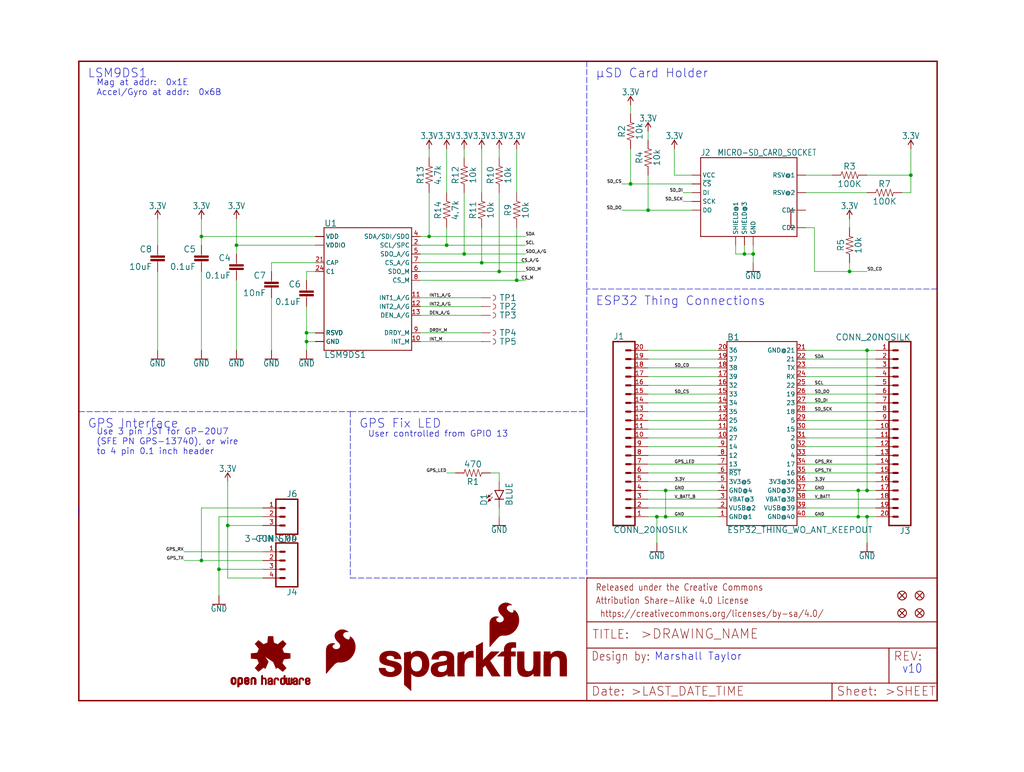
<source format=kicad_sch>
(kicad_sch (version 20211123) (generator eeschema)
  (paper "User" 297.002 223.926)
  (lib_symbols
    (symbol "eagleSchem-eagle-import:0.1UF-0402-16V-10%"
      (property "Reference" "C" (at 1.524 2.921 0))
      (property "Value" "0.1UF-0402-16V-10%" (at 1.524 -2.159 0))
      (symbol "0.1UF-0402-16V-10%_1_0"
        (pin passive line (at 0 5.08 270) (length 2.54) (name "1") (number "1"))
        (pin passive line (at 0 -2.54 90) (length 2.54) (name "2") (number "2"))
      )
    )
    (symbol "eagleSchem-eagle-import:100KOHM-0402-1{slash}16W-1%"
      (property "Reference" "R" (at 0 1.524 0))
      (property "Value" "100KOHM-0402-1{slash}16W-1%" (at 0 -1.524 0))
      (symbol "100KOHM-0402-1{slash}16W-1%_1_0"
        (pin passive line (at -5.08 0 0) (length 2.54) (name "1") (number "1"))
        (pin passive line (at 5.08 0 180) (length 2.54) (name "2") (number "2"))
      )
    )
    (symbol "eagleSchem-eagle-import:10KOHM-0603-1{slash}10W-1%"
      (property "Reference" "R" (at 0 1.524 0))
      (property "Value" "10KOHM-0603-1{slash}10W-1%" (at 0 -1.524 0))
      (symbol "10KOHM-0603-1{slash}10W-1%_1_0"
        (pin passive line (at -5.08 0 0) (length 2.54) (name "1") (number "1"))
        (pin passive line (at 5.08 0 180) (length 2.54) (name "2") (number "2"))
      )
    )
    (symbol "eagleSchem-eagle-import:10NF-0603-50V-10%"
      (property "Reference" "C" (at 1.524 2.921 0))
      (property "Value" "10NF-0603-50V-10%" (at 1.524 -2.159 0))
      (symbol "10NF-0603-50V-10%_1_0"
        (pin passive line (at 0 5.08 270) (length 2.54) (name "1") (number "1"))
        (pin passive line (at 0 -2.54 90) (length 2.54) (name "2") (number "2"))
      )
    )
    (symbol "eagleSchem-eagle-import:10UF-0603-6.3V-20%"
      (property "Reference" "C" (at 1.524 2.921 0))
      (property "Value" "10UF-0603-6.3V-20%" (at 1.524 -2.159 0))
      (symbol "10UF-0603-6.3V-20%_1_0"
        (pin passive line (at 0 5.08 270) (length 2.54) (name "1") (number "1"))
        (pin passive line (at 0 -2.54 90) (length 2.54) (name "2") (number "2"))
      )
    )
    (symbol "eagleSchem-eagle-import:3.3V" (power)
      (property "Value" "3.3V" (at 0 2.794 0))
      (symbol "3.3V_1_0"
        (pin power_in line (at 0 0 90) (length 2.54) (name "3.3V") (number "1"))
      )
    )
    (symbol "eagleSchem-eagle-import:4.7KOHM-0603-1{slash}10W-1%"
      (property "Reference" "R" (at 0 1.524 0))
      (property "Value" "4.7KOHM-0603-1{slash}10W-1%" (at 0 -1.524 0))
      (symbol "4.7KOHM-0603-1{slash}10W-1%_1_0"
        (pin passive line (at -5.08 0 0) (length 2.54) (name "1") (number "1"))
        (pin passive line (at 5.08 0 180) (length 2.54) (name "2") (number "2"))
      )
    )
    (symbol "eagleSchem-eagle-import:470OHM-0603-1{slash}10W-1%"
      (property "Reference" "R" (at 0 1.524 0))
      (property "Value" "470OHM-0603-1{slash}10W-1%" (at 0 -1.524 0))
      (symbol "470OHM-0603-1{slash}10W-1%_1_0"
        (pin passive line (at -5.08 0 0) (length 2.54) (name "1") (number "1"))
        (pin passive line (at 5.08 0 180) (length 2.54) (name "2") (number "2"))
      )
    )
    (symbol "eagleSchem-eagle-import:CONN_03JST-SMD"
      (property "Reference" "J" (at -2.54 5.588 0))
      (property "Value" "CONN_03JST-SMD" (at -2.54 -7.366 0))
      (symbol "CONN_03JST-SMD_1_0"
        (pin passive line (at 7.62 2.54 180) (length 5.08) (name "3") (number "1"))
        (pin passive line (at 7.62 0 180) (length 5.08) (name "2") (number "2"))
        (pin passive line (at 7.62 -2.54 180) (length 5.08) (name "1") (number "3"))
      )
    )
    (symbol "eagleSchem-eagle-import:CONN_04"
      (property "Reference" "J" (at -5.08 8.128 0))
      (property "Value" "CONN_04" (at -5.08 -7.366 0))
      (symbol "CONN_04_1_0"
        (pin passive line (at 5.08 -2.54 180) (length 5.08) (name "1") (number "1"))
        (pin passive line (at 5.08 0 180) (length 5.08) (name "2") (number "2"))
        (pin passive line (at 5.08 2.54 180) (length 5.08) (name "3") (number "3"))
        (pin passive line (at 5.08 5.08 180) (length 5.08) (name "4") (number "4"))
      )
    )
    (symbol "eagleSchem-eagle-import:CONN_20NOSILK"
      (property "Reference" "J" (at 0 56.388 0))
      (property "Value" "CONN_20NOSILK" (at 0 0.254 0))
      (symbol "CONN_20NOSILK_1_0"
        (pin passive line (at 10.16 5.08 180) (length 5.08) (name "1") (number "1"))
        (pin passive line (at 10.16 27.94 180) (length 5.08) (name "10") (number "10"))
        (pin passive line (at 10.16 30.48 180) (length 5.08) (name "11") (number "11"))
        (pin passive line (at 10.16 33.02 180) (length 5.08) (name "12") (number "12"))
        (pin passive line (at 10.16 35.56 180) (length 5.08) (name "13") (number "13"))
        (pin passive line (at 10.16 38.1 180) (length 5.08) (name "14") (number "14"))
        (pin passive line (at 10.16 40.64 180) (length 5.08) (name "15") (number "15"))
        (pin passive line (at 10.16 43.18 180) (length 5.08) (name "16") (number "16"))
        (pin passive line (at 10.16 45.72 180) (length 5.08) (name "17") (number "17"))
        (pin passive line (at 10.16 48.26 180) (length 5.08) (name "18") (number "18"))
        (pin passive line (at 10.16 50.8 180) (length 5.08) (name "19") (number "19"))
        (pin passive line (at 10.16 7.62 180) (length 5.08) (name "2") (number "2"))
        (pin passive line (at 10.16 53.34 180) (length 5.08) (name "20") (number "20"))
        (pin passive line (at 10.16 10.16 180) (length 5.08) (name "3") (number "3"))
        (pin passive line (at 10.16 12.7 180) (length 5.08) (name "4") (number "4"))
        (pin passive line (at 10.16 15.24 180) (length 5.08) (name "5") (number "5"))
        (pin passive line (at 10.16 17.78 180) (length 5.08) (name "6") (number "6"))
        (pin passive line (at 10.16 20.32 180) (length 5.08) (name "7") (number "7"))
        (pin passive line (at 10.16 22.86 180) (length 5.08) (name "8") (number "8"))
        (pin passive line (at 10.16 25.4 180) (length 5.08) (name "9") (number "9"))
      )
    )
    (symbol "eagleSchem-eagle-import:ESP32_THING_WO_ANT_KEEPOUT"
      (property "Reference" "B" (at -10.16 28.194 0))
      (property "Value" "ESP32_THING_WO_ANT_KEEPOUT" (at -10.16 -25.654 0))
      (symbol "ESP32_THING_WO_ANT_KEEPOUT_1_0"
        (pin bidirectional line (at -12.7 -22.86 0) (length 2.54) (name "GND@1") (number "1"))
        (pin bidirectional line (at -12.7 0 0) (length 2.54) (name "27") (number "10"))
        (pin bidirectional line (at -12.7 2.54 0) (length 2.54) (name "26") (number "11"))
        (pin bidirectional line (at -12.7 5.08 0) (length 2.54) (name "25") (number "12"))
        (pin bidirectional line (at -12.7 7.62 0) (length 2.54) (name "35") (number "13"))
        (pin bidirectional line (at -12.7 10.16 0) (length 2.54) (name "34") (number "14"))
        (pin bidirectional line (at -12.7 12.7 0) (length 2.54) (name "33") (number "15"))
        (pin bidirectional line (at -12.7 15.24 0) (length 2.54) (name "32") (number "16"))
        (pin bidirectional line (at -12.7 17.78 0) (length 2.54) (name "39") (number "17"))
        (pin bidirectional line (at -12.7 20.32 0) (length 2.54) (name "38") (number "18"))
        (pin bidirectional line (at -12.7 22.86 0) (length 2.54) (name "37") (number "19"))
        (pin bidirectional line (at -12.7 -20.32 0) (length 2.54) (name "VUSB@2") (number "2"))
        (pin bidirectional line (at -12.7 25.4 0) (length 2.54) (name "36") (number "20"))
        (pin bidirectional line (at 12.7 25.4 180) (length 2.54) (name "GND@21") (number "21"))
        (pin bidirectional line (at 12.7 22.86 180) (length 2.54) (name "21") (number "22"))
        (pin bidirectional line (at 12.7 20.32 180) (length 2.54) (name "TX") (number "23"))
        (pin bidirectional line (at 12.7 17.78 180) (length 2.54) (name "RX") (number "24"))
        (pin bidirectional line (at 12.7 15.24 180) (length 2.54) (name "22") (number "25"))
        (pin bidirectional line (at 12.7 12.7 180) (length 2.54) (name "19") (number "26"))
        (pin bidirectional line (at 12.7 10.16 180) (length 2.54) (name "23") (number "27"))
        (pin bidirectional line (at 12.7 7.62 180) (length 2.54) (name "18") (number "28"))
        (pin bidirectional line (at 12.7 5.08 180) (length 2.54) (name "5") (number "29"))
        (pin bidirectional line (at -12.7 -17.78 0) (length 2.54) (name "VBAT@3") (number "3"))
        (pin bidirectional line (at 12.7 2.54 180) (length 2.54) (name "15") (number "30"))
        (pin bidirectional line (at 12.7 0 180) (length 2.54) (name "2") (number "31"))
        (pin bidirectional line (at 12.7 -2.54 180) (length 2.54) (name "0") (number "32"))
        (pin bidirectional line (at 12.7 -5.08 180) (length 2.54) (name "4") (number "33"))
        (pin bidirectional line (at 12.7 -7.62 180) (length 2.54) (name "17") (number "34"))
        (pin bidirectional line (at 12.7 -10.16 180) (length 2.54) (name "16") (number "35"))
        (pin bidirectional line (at 12.7 -12.7 180) (length 2.54) (name "3V3@36") (number "36"))
        (pin bidirectional line (at 12.7 -15.24 180) (length 2.54) (name "GND@37") (number "37"))
        (pin bidirectional line (at 12.7 -17.78 180) (length 2.54) (name "VBAT@38") (number "38"))
        (pin bidirectional line (at 12.7 -20.32 180) (length 2.54) (name "VUSB@39") (number "39"))
        (pin bidirectional line (at -12.7 -15.24 0) (length 2.54) (name "GND@4") (number "4"))
        (pin bidirectional line (at 12.7 -22.86 180) (length 2.54) (name "GND@40") (number "40"))
        (pin bidirectional line (at -12.7 -12.7 0) (length 2.54) (name "3V3@5") (number "5"))
        (pin bidirectional line (at -12.7 -10.16 0) (length 2.54) (name "~{RST}") (number "6"))
        (pin bidirectional line (at -12.7 -7.62 0) (length 2.54) (name "13") (number "7"))
        (pin bidirectional line (at -12.7 -5.08 0) (length 2.54) (name "12") (number "8"))
        (pin bidirectional line (at -12.7 -2.54 0) (length 2.54) (name "14") (number "9"))
      )
    )
    (symbol "eagleSchem-eagle-import:FIDUCIALUFIDUCIAL")
    (symbol "eagleSchem-eagle-import:FRAME-LETTER"
      (symbol "FRAME-LETTER_2_0"
        (text " https://creativecommons.org/licenses/by-sa/4.0/" (at 2.54 24.13 0) (effects (font (size 1.9304 1.6408)) (justify left bottom)))
        (text ">DRAWING_NAME" (at 15.494 17.78 0) (effects (font (size 2.7432 2.7432)) (justify left bottom)))
        (text ">LAST_DATE_TIME" (at 12.7 1.27 0) (effects (font (size 2.54 2.54)) (justify left bottom)))
        (text ">SHEET" (at 86.36 1.27 0) (effects (font (size 2.54 2.54)) (justify left bottom)))
        (text "Attribution Share-Alike 4.0 License" (at 2.54 27.94 0) (effects (font (size 1.9304 1.6408)) (justify left bottom)))
        (text "Date:" (at 1.27 1.27 0) (effects (font (size 2.54 2.54)) (justify left bottom)))
        (text "Design by:" (at 1.27 11.43 0) (effects (font (size 2.54 2.159)) (justify left bottom)))
        (text "Released under the Creative Commons" (at 2.54 31.75 0) (effects (font (size 1.9304 1.6408)) (justify left bottom)))
        (text "REV:" (at 88.9 11.43 0) (effects (font (size 2.54 2.54)) (justify left bottom)))
        (text "Sheet:" (at 72.39 1.27 0) (effects (font (size 2.54 2.54)) (justify left bottom)))
        (text "TITLE:" (at 1.524 17.78 0) (effects (font (size 2.54 2.54)) (justify left bottom)))
      )
    )
    (symbol "eagleSchem-eagle-import:GND" (power)
      (property "Value" "GND" (at 0 -0.254 0))
      (symbol "GND_1_0"
        (pin power_in line (at 0 2.54 270) (length 2.54) (name "GND") (number "1"))
      )
    )
    (symbol "eagleSchem-eagle-import:LED-BLUE0603"
      (property "Reference" "D" (at -3.429 -4.572 90))
      (property "Value" "LED-BLUE0603" (at 1.905 -4.572 90))
      (symbol "LED-BLUE0603_1_0"
        (pin passive line (at 0 2.54 270) (length 2.54) (name "A") (number "A"))
        (pin passive line (at 0 -5.08 90) (length 2.54) (name "C") (number "C"))
      )
    )
    (symbol "eagleSchem-eagle-import:LSM9DS1"
      (property "Reference" "U" (at -12.7 18.034 0))
      (property "Value" "LSM9DS1" (at -12.7 -18.034 0))
      (symbol "LSM9DS1_1_0"
        (pin bidirectional line (at -15.24 12.7 0) (length 2.54) (name "VDDIO") (number "1"))
        (pin bidirectional line (at 15.24 -15.24 180) (length 2.54) (name "INT_M") (number "10"))
        (pin bidirectional line (at 15.24 -2.54 180) (length 2.54) (name "INT1_A/G") (number "11"))
        (pin bidirectional line (at 15.24 -5.08 180) (length 2.54) (name "INT2_A/G") (number "12"))
        (pin bidirectional line (at 15.24 -7.62 180) (length 2.54) (name "DEN_A/G") (number "13"))
        (pin bidirectional line (at -15.24 -12.7 0) (length 2.54) (name "RSVD") (number "14"))
        (pin bidirectional line (at -15.24 -12.7 0) (length 2.54) (name "RSVD") (number "15"))
        (pin bidirectional line (at -15.24 -12.7 0) (length 2.54) (name "RSVD") (number "16"))
        (pin bidirectional line (at -15.24 -12.7 0) (length 2.54) (name "RSVD") (number "17"))
        (pin bidirectional line (at -15.24 -12.7 0) (length 2.54) (name "RSVD") (number "18"))
        (pin bidirectional line (at -15.24 -15.24 0) (length 2.54) (name "GND") (number "19"))
        (pin bidirectional line (at 15.24 12.7 180) (length 2.54) (name "SCL/SPC") (number "2"))
        (pin bidirectional line (at -15.24 -15.24 0) (length 2.54) (name "GND") (number "20"))
        (pin bidirectional line (at -15.24 7.62 0) (length 2.54) (name "CAP") (number "21"))
        (pin bidirectional line (at -15.24 15.24 0) (length 2.54) (name "VDD") (number "22"))
        (pin bidirectional line (at -15.24 15.24 0) (length 2.54) (name "VDD") (number "23"))
        (pin bidirectional line (at -15.24 5.08 0) (length 2.54) (name "C1") (number "24"))
        (pin bidirectional line (at -15.24 12.7 0) (length 2.54) (name "VDDIO") (number "3"))
        (pin bidirectional line (at 15.24 15.24 180) (length 2.54) (name "SDA/SDI/SDO") (number "4"))
        (pin bidirectional line (at 15.24 10.16 180) (length 2.54) (name "SDO_A/G") (number "5"))
        (pin bidirectional line (at 15.24 5.08 180) (length 2.54) (name "SDO_M") (number "6"))
        (pin bidirectional line (at 15.24 7.62 180) (length 2.54) (name "CS_A/G") (number "7"))
        (pin bidirectional line (at 15.24 2.54 180) (length 2.54) (name "CS_M") (number "8"))
        (pin bidirectional line (at 15.24 -12.7 180) (length 2.54) (name "DRDY_M") (number "9"))
      )
    )
    (symbol "eagleSchem-eagle-import:MICRO-SD_CARD_SOCKET"
      (property "Reference" "J" (at -12.7 10.668 0))
      (property "Value" "MICRO-SD_CARD_SOCKET" (at -7.874 10.668 0))
      (symbol "MICRO-SD_CARD_SOCKET_1_0"
        (pin bidirectional line (at 17.78 -5.08 180) (length 2.54) (name "CD1") (number "CD1"))
        (pin bidirectional line (at 17.78 -10.16 180) (length 2.54) (name "CD2") (number "CD2"))
        (pin bidirectional line (at -15.24 2.54 0) (length 2.54) (name "~{CS}") (number "CS"))
        (pin bidirectional line (at -15.24 0 0) (length 2.54) (name "DI") (number "DI"))
        (pin bidirectional line (at -15.24 -5.08 0) (length 2.54) (name "DO") (number "DO"))
        (pin bidirectional line (at 2.54 -15.24 90) (length 2.54) (name "GND") (number "GND"))
        (pin bidirectional line (at -2.54 -15.24 90) (length 2.54) (name "SHIELD@1") (number "GND1"))
        (pin bidirectional line (at 0 -15.24 90) (length 2.54) (name "SHIELD@3") (number "GND3"))
        (pin bidirectional line (at 17.78 5.08 180) (length 2.54) (name "RSV@1") (number "RSV1"))
        (pin bidirectional line (at 17.78 0 180) (length 2.54) (name "RSV@2") (number "RSV2"))
        (pin bidirectional line (at -15.24 -2.54 0) (length 2.54) (name "SCK") (number "SCLK"))
        (pin bidirectional line (at -15.24 5.08 0) (length 2.54) (name "VCC") (number "VCC"))
      )
    )
    (symbol "eagleSchem-eagle-import:OSHW-LOGOS")
    (symbol "eagleSchem-eagle-import:SFE_LOGO_FLAME.1_INCH")
    (symbol "eagleSchem-eagle-import:SFE_LOGO_NAME_FLAME.2_INCH")
    (symbol "eagleSchem-eagle-import:TEST-POINT3"
      (property "Reference" "TP" (at -2.54 2.54 0))
      (property "Value" "TEST-POINT3" (at -2.54 -2.54 0))
      (symbol "TEST-POINT3_1_0"
        (pin bidirectional line (at 0 0 180) (length 0) (name "1") (number "P$1"))
      )
    )
  )
  (junction (at 134.62 73.66))
  (junction (at 88.9 96.52))
  (junction (at 129.54 71.12))
  (junction (at 58.42 68.58))
  (junction (at 264.16 50.8))
  (junction (at 218.44 73.66))
  (junction (at 215.9 73.66))
  (junction (at 246.38 78.74))
  (junction (at 58.42 162.56))
  (junction (at 139.7 76.2))
  (junction (at 68.58 71.12))
  (junction (at 144.78 78.74))
  (junction (at 149.86 81.28))
  (junction (at 251.46 142.24))
  (junction (at 251.46 149.86))
  (junction (at 66.04 152.4))
  (junction (at 187.96 60.96))
  (junction (at 182.88 53.34))
  (junction (at 251.46 101.6))
  (junction (at 193.04 142.24))
  (junction (at 88.9 99.06))
  (junction (at 63.5 165.1))
  (junction (at 248.92 142.24))
  (junction (at 193.04 149.86))
  (junction (at 190.5 149.86))
  (junction (at 124.46 68.58))
  (junction (at 248.92 149.86))
  (wire (pts (xy 68.58 71.12) (xy 91.44 71.12)))
  (polyline (pts (xy 101.6 119.38) (xy 170.18 119.38)))
  (wire (pts (xy 129.54 66.04) (xy 129.54 71.12)))
  (wire (pts (xy 187.96 114.3) (xy 208.28 114.3)))
  (wire (pts (xy 182.88 43.18) (xy 182.88 53.34)))
  (polyline (pts (xy 170.18 17.78) (xy 170.18 83.82)))
  (wire (pts (xy 251.46 101.6) (xy 254 101.6)))
  (wire (pts (xy 121.92 91.44) (xy 139.7 91.44)))
  (wire (pts (xy 251.46 157.48) (xy 251.46 149.86)))
  (wire (pts (xy 121.92 68.58) (xy 124.46 68.58)))
  (wire (pts (xy 187.96 132.08) (xy 208.28 132.08)))
  (wire (pts (xy 121.92 96.52) (xy 139.7 96.52)))
  (wire (pts (xy 88.9 96.52) (xy 88.9 99.06)))
  (wire (pts (xy 121.92 76.2) (xy 139.7 76.2)))
  (polyline (pts (xy 22.86 119.38) (xy 101.6 119.38)))
  (wire (pts (xy 142.24 137.16) (xy 144.78 137.16)))
  (wire (pts (xy 88.9 78.74) (xy 91.44 78.74)))
  (wire (pts (xy 139.7 43.18) (xy 139.7 55.88)))
  (wire (pts (xy 233.68 55.88) (xy 251.46 55.88)))
  (wire (pts (xy 58.42 147.32) (xy 58.42 162.56)))
  (wire (pts (xy 246.38 76.2) (xy 246.38 78.74)))
  (wire (pts (xy 149.86 81.28) (xy 152.4 81.28)))
  (wire (pts (xy 193.04 149.86) (xy 193.04 142.24)))
  (wire (pts (xy 187.96 119.38) (xy 208.28 119.38)))
  (wire (pts (xy 144.78 55.88) (xy 144.78 78.74)))
  (wire (pts (xy 121.92 86.36) (xy 139.7 86.36)))
  (wire (pts (xy 215.9 73.66) (xy 218.44 73.66)))
  (wire (pts (xy 134.62 55.88) (xy 134.62 73.66)))
  (wire (pts (xy 193.04 142.24) (xy 187.96 142.24)))
  (wire (pts (xy 208.28 104.14) (xy 187.96 104.14)))
  (wire (pts (xy 124.46 43.18) (xy 124.46 45.72)))
  (wire (pts (xy 208.28 147.32) (xy 187.96 147.32)))
  (wire (pts (xy 152.4 71.12) (xy 129.54 71.12)))
  (wire (pts (xy 236.22 66.04) (xy 236.22 78.74)))
  (wire (pts (xy 76.2 149.86) (xy 63.5 149.86)))
  (wire (pts (xy 251.46 142.24) (xy 254 142.24)))
  (wire (pts (xy 233.68 132.08) (xy 254 132.08)))
  (wire (pts (xy 58.42 71.12) (xy 58.42 68.58)))
  (wire (pts (xy 187.96 111.76) (xy 208.28 111.76)))
  (polyline (pts (xy 22.86 147.32) (xy 22.86 149.86)))
  (wire (pts (xy 218.44 71.12) (xy 218.44 73.66)))
  (wire (pts (xy 45.72 101.6) (xy 45.72 78.74)))
  (wire (pts (xy 139.7 76.2) (xy 152.4 76.2)))
  (wire (pts (xy 78.74 76.2) (xy 91.44 76.2)))
  (wire (pts (xy 149.86 66.04) (xy 149.86 81.28)))
  (wire (pts (xy 264.16 55.88) (xy 264.16 50.8)))
  (wire (pts (xy 91.44 99.06) (xy 88.9 99.06)))
  (wire (pts (xy 248.92 149.86) (xy 248.92 142.24)))
  (wire (pts (xy 213.36 73.66) (xy 215.9 73.66)))
  (wire (pts (xy 76.2 162.56) (xy 58.42 162.56)))
  (wire (pts (xy 246.38 78.74) (xy 251.46 78.74)))
  (wire (pts (xy 233.68 66.04) (xy 236.22 66.04)))
  (polyline (pts (xy 101.6 167.64) (xy 170.18 167.64)))
  (wire (pts (xy 66.04 152.4) (xy 66.04 167.64)))
  (wire (pts (xy 91.44 96.52) (xy 88.9 96.52)))
  (wire (pts (xy 233.68 121.92) (xy 254 121.92)))
  (wire (pts (xy 182.88 30.48) (xy 182.88 33.02)))
  (wire (pts (xy 144.78 137.16) (xy 144.78 139.7)))
  (wire (pts (xy 208.28 149.86) (xy 193.04 149.86)))
  (wire (pts (xy 233.68 109.22) (xy 254 109.22)))
  (wire (pts (xy 144.78 78.74) (xy 152.4 78.74)))
  (wire (pts (xy 187.96 101.6) (xy 208.28 101.6)))
  (wire (pts (xy 251.46 50.8) (xy 264.16 50.8)))
  (wire (pts (xy 121.92 78.74) (xy 144.78 78.74)))
  (wire (pts (xy 233.68 104.14) (xy 254 104.14)))
  (wire (pts (xy 187.96 139.7) (xy 208.28 139.7)))
  (wire (pts (xy 187.96 124.46) (xy 208.28 124.46)))
  (wire (pts (xy 233.68 147.32) (xy 254 147.32)))
  (wire (pts (xy 121.92 81.28) (xy 149.86 81.28)))
  (wire (pts (xy 251.46 142.24) (xy 251.46 101.6)))
  (wire (pts (xy 58.42 68.58) (xy 91.44 68.58)))
  (wire (pts (xy 66.04 139.7) (xy 66.04 152.4)))
  (wire (pts (xy 248.92 149.86) (xy 251.46 149.86)))
  (wire (pts (xy 198.12 58.42) (xy 200.66 58.42)))
  (wire (pts (xy 63.5 149.86) (xy 63.5 165.1)))
  (wire (pts (xy 233.68 111.76) (xy 254 111.76)))
  (wire (pts (xy 180.34 60.96) (xy 187.96 60.96)))
  (wire (pts (xy 76.2 165.1) (xy 63.5 165.1)))
  (wire (pts (xy 218.44 73.66) (xy 218.44 76.2)))
  (wire (pts (xy 233.68 144.78) (xy 254 144.78)))
  (wire (pts (xy 58.42 68.58) (xy 58.42 63.5)))
  (wire (pts (xy 88.9 88.9) (xy 88.9 96.52)))
  (wire (pts (xy 144.78 43.18) (xy 144.78 45.72)))
  (wire (pts (xy 187.96 121.92) (xy 208.28 121.92)))
  (wire (pts (xy 129.54 43.18) (xy 129.54 55.88)))
  (wire (pts (xy 63.5 165.1) (xy 63.5 172.72)))
  (wire (pts (xy 233.68 124.46) (xy 254 124.46)))
  (wire (pts (xy 187.96 109.22) (xy 208.28 109.22)))
  (wire (pts (xy 233.68 139.7) (xy 254 139.7)))
  (wire (pts (xy 187.96 60.96) (xy 200.66 60.96)))
  (wire (pts (xy 134.62 43.18) (xy 134.62 45.72)))
  (wire (pts (xy 264.16 50.8) (xy 264.16 43.18)))
  (polyline (pts (xy 271.78 83.82) (xy 170.18 83.82)))
  (wire (pts (xy 121.92 88.9) (xy 139.7 88.9)))
  (wire (pts (xy 233.68 149.86) (xy 248.92 149.86)))
  (wire (pts (xy 68.58 71.12) (xy 68.58 63.5)))
  (wire (pts (xy 195.58 50.8) (xy 195.58 43.18)))
  (wire (pts (xy 233.68 129.54) (xy 254 129.54)))
  (wire (pts (xy 78.74 101.6) (xy 78.74 86.36)))
  (wire (pts (xy 208.28 144.78) (xy 187.96 144.78)))
  (wire (pts (xy 233.68 101.6) (xy 251.46 101.6)))
  (wire (pts (xy 121.92 73.66) (xy 134.62 73.66)))
  (wire (pts (xy 198.12 55.88) (xy 200.66 55.88)))
  (wire (pts (xy 149.86 43.18) (xy 149.86 55.88)))
  (wire (pts (xy 121.92 99.06) (xy 139.7 99.06)))
  (wire (pts (xy 233.68 116.84) (xy 254 116.84)))
  (wire (pts (xy 76.2 152.4) (xy 66.04 152.4)))
  (wire (pts (xy 215.9 71.12) (xy 215.9 73.66)))
  (wire (pts (xy 66.04 167.64) (xy 76.2 167.64)))
  (wire (pts (xy 187.96 134.62) (xy 208.28 134.62)))
  (wire (pts (xy 233.68 106.68) (xy 254 106.68)))
  (wire (pts (xy 195.58 50.8) (xy 200.66 50.8)))
  (wire (pts (xy 187.96 137.16) (xy 208.28 137.16)))
  (wire (pts (xy 76.2 147.32) (xy 58.42 147.32)))
  (wire (pts (xy 187.96 38.1) (xy 187.96 40.64)))
  (wire (pts (xy 251.46 149.86) (xy 254 149.86)))
  (wire (pts (xy 187.96 106.68) (xy 208.28 106.68)))
  (wire (pts (xy 139.7 66.04) (xy 139.7 76.2)))
  (wire (pts (xy 187.96 50.8) (xy 187.96 60.96)))
  (wire (pts (xy 78.74 78.74) (xy 78.74 76.2)))
  (wire (pts (xy 68.58 101.6) (xy 68.58 81.28)))
  (wire (pts (xy 233.68 134.62) (xy 254 134.62)))
  (polyline (pts (xy 170.18 83.82) (xy 170.18 119.38)))
  (wire (pts (xy 187.96 129.54) (xy 208.28 129.54)))
  (wire (pts (xy 233.68 137.16) (xy 254 137.16)))
  (wire (pts (xy 88.9 81.28) (xy 88.9 78.74)))
  (wire (pts (xy 58.42 101.6) (xy 58.42 78.74)))
  (wire (pts (xy 233.68 119.38) (xy 254 119.38)))
  (wire (pts (xy 76.2 160.02) (xy 53.34 160.02)))
  (wire (pts (xy 208.28 127) (xy 187.96 127)))
  (wire (pts (xy 208.28 142.24) (xy 193.04 142.24)))
  (wire (pts (xy 124.46 68.58) (xy 152.4 68.58)))
  (wire (pts (xy 190.5 157.48) (xy 190.5 149.86)))
  (wire (pts (xy 248.92 142.24) (xy 251.46 142.24)))
  (wire (pts (xy 187.96 116.84) (xy 208.28 116.84)))
  (wire (pts (xy 124.46 55.88) (xy 124.46 68.58)))
  (wire (pts (xy 182.88 53.34) (xy 180.34 53.34)))
  (wire (pts (xy 236.22 78.74) (xy 246.38 78.74)))
  (wire (pts (xy 132.08 137.16) (xy 129.54 137.16)))
  (wire (pts (xy 193.04 149.86) (xy 190.5 149.86)))
  (wire (pts (xy 129.54 71.12) (xy 121.92 71.12)))
  (wire (pts (xy 68.58 73.66) (xy 68.58 71.12)))
  (wire (pts (xy 88.9 99.06) (xy 88.9 101.6)))
  (wire (pts (xy 134.62 73.66) (xy 152.4 73.66)))
  (wire (pts (xy 190.5 149.86) (xy 187.96 149.86)))
  (wire (pts (xy 200.66 53.34) (xy 182.88 53.34)))
  (wire (pts (xy 246.38 63.5) (xy 246.38 66.04)))
  (wire (pts (xy 254 114.3) (xy 233.68 114.3)))
  (wire (pts (xy 233.68 50.8) (xy 241.3 50.8)))
  (wire (pts (xy 144.78 147.32) (xy 144.78 149.86)))
  (polyline (pts (xy 101.6 119.38) (xy 101.6 167.64)))
  (wire (pts (xy 58.42 162.56) (xy 53.34 162.56)))
  (wire (pts (xy 233.68 142.24) (xy 248.92 142.24)))
  (wire (pts (xy 261.62 55.88) (xy 264.16 55.88)))
  (polyline (pts (xy 170.18 119.38) (xy 170.18 167.64)))
  (wire (pts (xy 213.36 71.12) (xy 213.36 73.66)))
  (wire (pts (xy 45.72 71.12) (xy 45.72 63.5)))
  (wire (pts (xy 233.68 127) (xy 254 127)))
  (text "LSM9DS1" (at 25.4 22.86 180) (effects (font (size 2.54 2.54)) (justify left bottom)))
  (text "ESP32 Thing Connections" (at 172.72 88.9 180) (effects (font (size 2.54 2.54)) (justify left bottom)))
  (text "v10" (at 261.62 195.58 180) (effects (font (size 2.54 2.159)) (justify left bottom)))
  (text "GPS Fix LED" (at 104.14 124.46 180) (effects (font (size 2.54 2.54)) (justify left bottom)))
  (text "Marshall Taylor" (at 189.738 191.77 180) (effects (font (size 2.1844 2.1844)) (justify left bottom)))
  (text "Mag at addr:  0x1E\nAccel/Gyro at addr:  0x6B" (at 27.94 27.94 180) (effects (font (size 1.778 1.778)) (justify left bottom)))
  (text "μSD Card Holder" (at 172.72 22.86 180) (effects (font (size 2.54 2.54)) (justify left bottom)))
  (text "Use 3 pin JST for GP-20U7\n(SFE PN GPS-13740), or wire\nto 4 pin 0.1 inch header" (at 27.94 132.08 0) (effects (font (size 1.778 1.778)) (justify left bottom)))
  (text "GPS Interface" (at 25.4 124.46 180) (effects (font (size 2.54 2.54)) (justify left bottom)))
  (text "User controlled from GPIO 13" (at 106.68 127 180) (effects (font (size 1.778 1.778)) (justify left bottom)))
  (label "SD_DI" (at 236.22 116.84 0) (effects (font (size 0.889 0.889))))
  (label "DRDY_M" (at 124.46 96.52 0) (effects (font (size 0.889 0.889))))
  (label "SD_CD" (at 251.46 78.74 0) (effects (font (size 0.889 0.889))))
  (label "V_BATT_B" (at 195.58 144.78 0) (effects (font (size 0.889 0.889))))
  (label "SDO_A/G" (at 152.4 73.66 0) (effects (font (size 0.889 0.889))))
  (label "GND" (at 236.22 149.86 0) (effects (font (size 0.889 0.889))))
  (label "SDA" (at 236.22 104.14 0) (effects (font (size 0.889 0.889))))
  (label "GPS_LED" (at 195.58 134.62 0) (effects (font (size 0.889 0.889))))
  (label "CS_A/G" (at 151.13 76.2 0) (effects (font (size 0.889 0.889))))
  (label "GPS_RX" (at 236.22 134.62 0) (effects (font (size 0.889 0.889))))
  (label "3.3V" (at 195.58 139.7 0) (effects (font (size 0.889 0.889))))
  (label "DEN_A/G" (at 124.46 91.44 0) (effects (font (size 0.889 0.889))))
  (label "GND" (at 195.58 149.86 0) (effects (font (size 0.889 0.889))))
  (label "SDA" (at 152.4 68.58 0) (effects (font (size 0.889 0.889))))
  (label "INT_M" (at 124.46 99.06 0) (effects (font (size 0.889 0.889))))
  (label "GND" (at 236.22 142.24 0) (effects (font (size 0.889 0.889))))
  (label "SD_SCK" (at 236.22 119.38 0) (effects (font (size 0.889 0.889))))
  (label "SD_DO" (at 180.34 60.96 180) (effects (font (size 0.889 0.889))))
  (label "SD_CD" (at 195.58 106.68 0) (effects (font (size 0.889 0.889))))
  (label "GPS_LED" (at 129.54 137.16 180) (effects (font (size 0.889 0.889))))
  (label "SD_CS" (at 180.34 53.34 180) (effects (font (size 0.889 0.889))))
  (label "SD_DO" (at 236.22 114.3 0) (effects (font (size 0.889 0.889))))
  (label "SD_DI" (at 198.12 55.88 180) (effects (font (size 0.889 0.889))))
  (label "V_BATT" (at 236.22 144.78 0) (effects (font (size 0.889 0.889))))
  (label "GPS_TX" (at 236.22 137.16 0) (effects (font (size 0.889 0.889))))
  (label "SD_CS" (at 195.58 114.3 0) (effects (font (size 0.889 0.889))))
  (label "CS_M" (at 151.13 81.28 0) (effects (font (size 0.889 0.889))))
  (label "SCL" (at 236.22 111.76 0) (effects (font (size 0.889 0.889))))
  (label "GND" (at 195.58 142.24 0) (effects (font (size 0.889 0.889))))
  (label "INT1_A/G" (at 124.46 86.36 0) (effects (font (size 0.889 0.889))))
  (label "GPS_RX" (at 53.34 160.02 180) (effects (font (size 0.889 0.889))))
  (label "INT2_A/G" (at 124.46 88.9 0) (effects (font (size 0.889 0.889))))
  (label "GPS_TX" (at 53.34 162.56 180) (effects (font (size 0.889 0.889))))
  (label "SCL" (at 152.4 71.12 0) (effects (font (size 0.889 0.889))))
  (label "SDO_M" (at 152.4 78.74 0) (effects (font (size 0.889 0.889))))
  (label "SD_SCK" (at 198.12 58.42 180) (effects (font (size 0.889 0.889))))
  (label "3.3V" (at 236.22 139.7 0) (effects (font (size 0.889 0.889))))
  (symbol (lib_id "eagleSchem-eagle-import:TEST-POINT3") (at 139.7 99.06 0) (unit 1)
    (property "Reference" "TP5" (at 144.78 99.06 0) (effects (font (size 1.778 1.778)) (justify left)))
    (property "Value" "TEST-POINT3" (effects hide))
    (property "Footprint" "eagleSchem:PAD.03X.03" (effects hide))
  )
  (symbol (lib_id "eagleSchem-eagle-import:GND") (at 58.42 104.14 0) (unit 1)
    (property "Reference" "#GND20" (effects hide))
    (property "Value" "GND" (at 58.42 104.394 0) (effects (font (size 1.778 1.5113)) (justify top)))
    (property "Footprint" "eagleSchem:" (effects hide))
  )
  (symbol (lib_id "eagleSchem-eagle-import:TEST-POINT3") (at 139.7 88.9 0) (unit 1)
    (property "Reference" "TP2" (at 144.78 88.9 0) (effects (font (size 1.778 1.778)) (justify left)))
    (property "Value" "TEST-POINT3" (effects hide))
    (property "Footprint" "eagleSchem:PAD.03X.03" (effects hide))
  )
  (symbol (lib_id "eagleSchem-eagle-import:LSM9DS1") (at 106.68 83.82 0) (unit 1)
    (property "Reference" "U1" (at 93.98 65.786 0) (effects (font (size 1.778 1.778)) (justify left bottom)))
    (property "Value" "LSM9DS1" (at 93.98 101.854 0) (effects (font (size 1.778 1.778)) (justify left top)))
    (property "Footprint" "eagleSchem:LGA-24-3.5X3" (effects hide))
  )
  (symbol (lib_id "eagleSchem-eagle-import:GND") (at 63.5 175.26 0) (unit 1)
    (property "Reference" "#GND3" (effects hide))
    (property "Value" "GND" (at 63.5 175.514 0) (effects (font (size 1.778 1.5113)) (justify top)))
    (property "Footprint" "eagleSchem:" (effects hide))
  )
  (symbol (lib_id "eagleSchem-eagle-import:10KOHM-0603-1{slash}10W-1%") (at 182.88 38.1 90) (unit 1)
    (property "Reference" "R2" (at 181.356 38.1 0) (effects (font (size 1.778 1.778)) (justify bottom)))
    (property "Value" "10k" (at 184.404 38.1 0) (effects (font (size 1.778 1.778)) (justify top)))
    (property "Footprint" "eagleSchem:0603" (effects hide))
  )
  (symbol (lib_id "eagleSchem-eagle-import:OSHW-LOGOS") (at 78.486 190.246 0) (unit 1)
    (property "Reference" "LOGO1" (effects hide))
    (property "Value" "OSHW-LOGOS" (effects hide))
    (property "Footprint" "eagleSchem:OSHW-LOGO-S" (effects hide))
  )
  (symbol (lib_id "eagleSchem-eagle-import:GND") (at 144.78 152.4 0) (unit 1)
    (property "Reference" "#GND4" (effects hide))
    (property "Value" "GND" (at 144.78 152.654 0) (effects (font (size 1.778 1.5113)) (justify top)))
    (property "Footprint" "eagleSchem:" (effects hide))
  )
  (symbol (lib_id "eagleSchem-eagle-import:FIDUCIALUFIDUCIAL") (at 266.7 177.8 0) (unit 1)
    (property "Reference" "FD3" (effects hide))
    (property "Value" "FIDUCIALUFIDUCIAL" (effects hide))
    (property "Footprint" "eagleSchem:FIDUCIAL-MICRO" (effects hide))
  )
  (symbol (lib_id "eagleSchem-eagle-import:GND") (at 190.5 160.02 0) (unit 1)
    (property "Reference" "#GND7" (effects hide))
    (property "Value" "GND" (at 190.5 160.274 0) (effects (font (size 1.778 1.5113)) (justify top)))
    (property "Footprint" "eagleSchem:" (effects hide))
  )
  (symbol (lib_id "eagleSchem-eagle-import:CONN_03JST-SMD") (at 83.82 149.86 0) (mirror y) (unit 1)
    (property "Reference" "J6" (at 86.36 144.272 0) (effects (font (size 1.778 1.778)) (justify left bottom)))
    (property "Value" "3-PIN SMD" (at 86.36 157.226 0) (effects (font (size 1.778 1.778)) (justify left bottom)))
    (property "Footprint" "eagleSchem:JST-3-SMD" (effects hide))
  )
  (symbol (lib_id "eagleSchem-eagle-import:FIDUCIALUFIDUCIAL") (at 261.62 177.8 0) (unit 1)
    (property "Reference" "FD4" (effects hide))
    (property "Value" "FIDUCIALUFIDUCIAL" (effects hide))
    (property "Footprint" "eagleSchem:FIDUCIAL-MICRO" (effects hide))
  )
  (symbol (lib_id "eagleSchem-eagle-import:LED-BLUE0603") (at 144.78 142.24 0) (unit 1)
    (property "Reference" "D1" (at 141.351 146.812 90) (effects (font (size 1.778 1.778)) (justify left bottom)))
    (property "Value" "BLUE" (at 146.685 146.812 90) (effects (font (size 1.778 1.778)) (justify left top)))
    (property "Footprint" "eagleSchem:LED-0603" (effects hide))
  )
  (symbol (lib_id "eagleSchem-eagle-import:3.3V") (at 129.54 43.18 0) (unit 1)
    (property "Reference" "#SUPPLY10" (effects hide))
    (property "Value" "3.3V" (at 129.54 40.386 0) (effects (font (size 1.778 1.5113)) (justify bottom)))
    (property "Footprint" "eagleSchem:" (effects hide))
  )
  (symbol (lib_id "eagleSchem-eagle-import:3.3V") (at 187.96 38.1 0) (unit 1)
    (property "Reference" "#SUPPLY3" (effects hide))
    (property "Value" "3.3V" (at 187.96 35.306 0) (effects (font (size 1.778 1.5113)) (justify bottom)))
    (property "Footprint" "eagleSchem:" (effects hide))
  )
  (symbol (lib_id "eagleSchem-eagle-import:MICRO-SD_CARD_SOCKET") (at 215.9 55.88 0) (unit 1)
    (property "Reference" "J2" (at 203.2 45.212 0) (effects (font (size 1.778 1.5113)) (justify left bottom)))
    (property "Value" "MICRO-SD_CARD_SOCKET" (at 208.026 45.212 0) (effects (font (size 1.778 1.5113)) (justify left bottom)))
    (property "Footprint" "eagleSchem:MICRO-SD-SOCKET" (effects hide))
  )
  (symbol (lib_id "eagleSchem-eagle-import:3.3V") (at 124.46 43.18 0) (unit 1)
    (property "Reference" "#SUPPLY9" (effects hide))
    (property "Value" "3.3V" (at 124.46 40.386 0) (effects (font (size 1.778 1.5113)) (justify bottom)))
    (property "Footprint" "eagleSchem:" (effects hide))
  )
  (symbol (lib_id "eagleSchem-eagle-import:FRAME-LETTER") (at 22.86 203.2 0) (unit 1)
    (property "Reference" "FRAME1" (effects hide))
    (property "Value" "FRAME-LETTER" (effects hide))
    (property "Footprint" "eagleSchem:CREATIVE_COMMONS" (effects hide))
  )
  (symbol (lib_id "eagleSchem-eagle-import:TEST-POINT3") (at 139.7 96.52 0) (unit 1)
    (property "Reference" "TP4" (at 144.78 96.52 0) (effects (font (size 1.778 1.778)) (justify left)))
    (property "Value" "TEST-POINT3" (effects hide))
    (property "Footprint" "eagleSchem:PAD.03X.03" (effects hide))
  )
  (symbol (lib_id "eagleSchem-eagle-import:3.3V") (at 144.78 43.18 0) (unit 1)
    (property "Reference" "#SUPPLY14" (effects hide))
    (property "Value" "3.3V" (at 144.78 40.386 0) (effects (font (size 1.778 1.5113)) (justify bottom)))
    (property "Footprint" "eagleSchem:" (effects hide))
  )
  (symbol (lib_id "eagleSchem-eagle-import:FIDUCIALUFIDUCIAL") (at 266.7 172.72 0) (unit 1)
    (property "Reference" "FD2" (effects hide))
    (property "Value" "FIDUCIALUFIDUCIAL" (effects hide))
    (property "Footprint" "eagleSchem:FIDUCIAL-MICRO" (effects hide))
  )
  (symbol (lib_id "eagleSchem-eagle-import:10KOHM-0603-1{slash}10W-1%") (at 149.86 60.96 90) (unit 1)
    (property "Reference" "R9" (at 148.336 60.96 0) (effects (font (size 1.778 1.778)) (justify bottom)))
    (property "Value" "10k" (at 151.384 60.96 0) (effects (font (size 1.778 1.778)) (justify top)))
    (property "Footprint" "eagleSchem:0603" (effects hide))
  )
  (symbol (lib_id "eagleSchem-eagle-import:CONN_20NOSILK") (at 264.16 96.52 180) (unit 1)
    (property "Reference" "J3" (at 264.16 152.908 0) (effects (font (size 1.778 1.778)) (justify left bottom)))
    (property "Value" "CONN_20NOSILK" (at 264.16 96.774 0) (effects (font (size 1.778 1.778)) (justify left bottom)))
    (property "Footprint" "eagleSchem:1X20_NOSILK" (effects hide))
  )
  (symbol (lib_id "eagleSchem-eagle-import:3.3V") (at 58.42 63.5 0) (unit 1)
    (property "Reference" "#SUPPLY4" (effects hide))
    (property "Value" "3.3V" (at 58.42 60.706 0) (effects (font (size 1.778 1.5113)) (justify bottom)))
    (property "Footprint" "eagleSchem:" (effects hide))
  )
  (symbol (lib_id "eagleSchem-eagle-import:10KOHM-0603-1{slash}10W-1%") (at 187.96 45.72 90) (unit 1)
    (property "Reference" "R4" (at 186.436 45.72 0) (effects (font (size 1.778 1.778)) (justify bottom)))
    (property "Value" "10k" (at 189.484 45.72 0) (effects (font (size 1.778 1.778)) (justify top)))
    (property "Footprint" "eagleSchem:0603" (effects hide))
  )
  (symbol (lib_id "eagleSchem-eagle-import:3.3V") (at 149.86 43.18 0) (unit 1)
    (property "Reference" "#SUPPLY15" (effects hide))
    (property "Value" "3.3V" (at 149.86 40.386 0) (effects (font (size 1.778 1.5113)) (justify bottom)))
    (property "Footprint" "eagleSchem:" (effects hide))
  )
  (symbol (lib_id "eagleSchem-eagle-import:4.7KOHM-0603-1{slash}10W-1%") (at 129.54 60.96 90) (unit 1)
    (property "Reference" "R14" (at 128.016 60.96 0) (effects (font (size 1.778 1.778)) (justify bottom)))
    (property "Value" "4.7k" (at 131.064 60.96 0) (effects (font (size 1.778 1.778)) (justify top)))
    (property "Footprint" "eagleSchem:0603" (effects hide))
  )
  (symbol (lib_id "eagleSchem-eagle-import:SFE_LOGO_NAME_FLAME.2_INCH") (at 109.22 200.66 0) (unit 1)
    (property "Reference" "LOGO2" (effects hide))
    (property "Value" "SFE_LOGO_NAME_FLAME.2_INCH" (effects hide))
    (property "Footprint" "eagleSchem:SFE_LOGO_NAME_FLAME_.2" (effects hide))
  )
  (symbol (lib_id "eagleSchem-eagle-import:3.3V") (at 134.62 43.18 0) (unit 1)
    (property "Reference" "#SUPPLY12" (effects hide))
    (property "Value" "3.3V" (at 134.62 40.386 0) (effects (font (size 1.778 1.5113)) (justify bottom)))
    (property "Footprint" "eagleSchem:" (effects hide))
  )
  (symbol (lib_id "eagleSchem-eagle-import:0.1UF-0402-16V-10%") (at 88.9 86.36 0) (mirror y) (unit 1)
    (property "Reference" "C6" (at 87.376 83.439 0) (effects (font (size 1.778 1.778)) (justify left bottom)))
    (property "Value" "0.1uF" (at 87.376 88.519 0) (effects (font (size 1.778 1.778)) (justify left bottom)))
    (property "Footprint" "eagleSchem:0402" (effects hide))
  )
  (symbol (lib_id "eagleSchem-eagle-import:CONN_04") (at 81.28 162.56 180) (unit 1)
    (property "Reference" "J4" (at 86.36 170.688 0) (effects (font (size 1.778 1.778)) (justify left bottom)))
    (property "Value" "CONN_04" (at 86.36 155.194 0) (effects (font (size 1.778 1.778)) (justify left bottom)))
    (property "Footprint" "eagleSchem:1X04" (effects hide))
  )
  (symbol (lib_id "eagleSchem-eagle-import:3.3V") (at 66.04 139.7 0) (unit 1)
    (property "Reference" "#SUPPLY8" (effects hide))
    (property "Value" "3.3V" (at 66.04 136.906 0) (effects (font (size 1.778 1.5113)) (justify bottom)))
    (property "Footprint" "eagleSchem:" (effects hide))
  )
  (symbol (lib_id "eagleSchem-eagle-import:GND") (at 78.74 104.14 0) (unit 1)
    (property "Reference" "#GND16" (effects hide))
    (property "Value" "GND" (at 78.74 104.394 0) (effects (font (size 1.778 1.5113)) (justify top)))
    (property "Footprint" "eagleSchem:" (effects hide))
  )
  (symbol (lib_id "eagleSchem-eagle-import:10KOHM-0603-1{slash}10W-1%") (at 246.38 71.12 90) (unit 1)
    (property "Reference" "R5" (at 244.856 71.12 0) (effects (font (size 1.778 1.778)) (justify bottom)))
    (property "Value" "10k" (at 247.904 71.12 0) (effects (font (size 1.778 1.778)) (justify top)))
    (property "Footprint" "eagleSchem:0603" (effects hide))
  )
  (symbol (lib_id "eagleSchem-eagle-import:10KOHM-0603-1{slash}10W-1%") (at 134.62 50.8 90) (unit 1)
    (property "Reference" "R12" (at 133.096 50.8 0) (effects (font (size 1.778 1.778)) (justify bottom)))
    (property "Value" "10k" (at 136.144 50.8 0) (effects (font (size 1.778 1.778)) (justify top)))
    (property "Footprint" "eagleSchem:0603" (effects hide))
  )
  (symbol (lib_id "eagleSchem-eagle-import:3.3V") (at 182.88 30.48 0) (unit 1)
    (property "Reference" "#SUPPLY1" (effects hide))
    (property "Value" "3.3V" (at 182.88 27.686 0) (effects (font (size 1.778 1.5113)) (justify bottom)))
    (property "Footprint" "eagleSchem:" (effects hide))
  )
  (symbol (lib_id "eagleSchem-eagle-import:10UF-0603-6.3V-20%") (at 45.72 76.2 0) (mirror y) (unit 1)
    (property "Reference" "C8" (at 44.196 73.279 0) (effects (font (size 1.778 1.778)) (justify left bottom)))
    (property "Value" "10uF" (at 44.196 78.359 0) (effects (font (size 1.778 1.778)) (justify left bottom)))
    (property "Footprint" "eagleSchem:0603" (effects hide))
  )
  (symbol (lib_id "eagleSchem-eagle-import:3.3V") (at 139.7 43.18 0) (unit 1)
    (property "Reference" "#SUPPLY13" (effects hide))
    (property "Value" "3.3V" (at 139.7 40.386 0) (effects (font (size 1.778 1.5113)) (justify bottom)))
    (property "Footprint" "eagleSchem:" (effects hide))
  )
  (symbol (lib_id "eagleSchem-eagle-import:470OHM-0603-1{slash}10W-1%") (at 137.16 137.16 180) (unit 1)
    (property "Reference" "R1" (at 137.16 138.684 0) (effects (font (size 1.778 1.778)) (justify bottom)))
    (property "Value" "470" (at 137.16 135.636 0) (effects (font (size 1.778 1.778)) (justify top)))
    (property "Footprint" "eagleSchem:0603" (effects hide))
  )
  (symbol (lib_id "eagleSchem-eagle-import:CONN_20NOSILK") (at 177.8 154.94 0) (unit 1)
    (property "Reference" "J1" (at 177.8 98.552 0) (effects (font (size 1.778 1.778)) (justify left bottom)))
    (property "Value" "CONN_20NOSILK" (at 177.8 154.686 0) (effects (font (size 1.778 1.778)) (justify left bottom)))
    (property "Footprint" "eagleSchem:1X20_NOSILK" (effects hide))
  )
  (symbol (lib_id "eagleSchem-eagle-import:10KOHM-0603-1{slash}10W-1%") (at 144.78 50.8 90) (unit 1)
    (property "Reference" "R10" (at 143.256 50.8 0) (effects (font (size 1.778 1.778)) (justify bottom)))
    (property "Value" "10k" (at 146.304 50.8 0) (effects (font (size 1.778 1.778)) (justify top)))
    (property "Footprint" "eagleSchem:0603" (effects hide))
  )
  (symbol (lib_id "eagleSchem-eagle-import:0.1UF-0402-16V-10%") (at 58.42 76.2 0) (mirror y) (unit 1)
    (property "Reference" "C5" (at 56.896 73.279 0) (effects (font (size 1.778 1.778)) (justify left bottom)))
    (property "Value" "0.1uF" (at 56.896 78.359 0) (effects (font (size 1.778 1.778)) (justify left bottom)))
    (property "Footprint" "eagleSchem:0402" (effects hide))
  )
  (symbol (lib_id "eagleSchem-eagle-import:100KOHM-0402-1{slash}16W-1%") (at 256.54 55.88 0) (unit 1)
    (property "Reference" "R7" (at 256.54 54.356 0) (effects (font (size 1.778 1.778)) (justify bottom)))
    (property "Value" "100K" (at 256.54 57.404 0) (effects (font (size 1.778 1.778)) (justify top)))
    (property "Footprint" "eagleSchem:0402" (effects hide))
  )
  (symbol (lib_id "eagleSchem-eagle-import:FIDUCIALUFIDUCIAL") (at 261.62 172.72 0) (unit 1)
    (property "Reference" "FD1" (effects hide))
    (property "Value" "FIDUCIALUFIDUCIAL" (effects hide))
    (property "Footprint" "eagleSchem:FIDUCIAL-MICRO" (effects hide))
  )
  (symbol (lib_id "eagleSchem-eagle-import:10NF-0603-50V-10%") (at 78.74 83.82 0) (mirror y) (unit 1)
    (property "Reference" "C7" (at 77.216 80.899 0) (effects (font (size 1.778 1.778)) (justify left bottom)))
    (property "Value" "10nF" (at 77.216 85.979 0) (effects (font (size 1.778 1.778)) (justify left bottom)))
    (property "Footprint" "eagleSchem:0603" (effects hide))
  )
  (symbol (lib_id "eagleSchem-eagle-import:3.3V") (at 264.16 43.18 0) (unit 1)
    (property "Reference" "#SUPPLY6" (effects hide))
    (property "Value" "3.3V" (at 264.16 40.386 0) (effects (font (size 1.778 1.5113)) (justify bottom)))
    (property "Footprint" "eagleSchem:" (effects hide))
  )
  (symbol (lib_id "eagleSchem-eagle-import:TEST-POINT3") (at 139.7 86.36 0) (unit 1)
    (property "Reference" "TP1" (at 144.78 86.36 0) (effects (font (size 1.778 1.778)) (justify left)))
    (property "Value" "TEST-POINT3" (effects hide))
    (property "Footprint" "eagleSchem:PAD.03X.03" (effects hide))
  )
  (symbol (lib_id "eagleSchem-eagle-import:TEST-POINT3") (at 139.7 91.44 0) (unit 1)
    (property "Reference" "TP3" (at 144.78 91.44 0) (effects (font (size 1.778 1.778)) (justify left)))
    (property "Value" "TEST-POINT3" (effects hide))
    (property "Footprint" "eagleSchem:PAD.03X.03" (effects hide))
  )
  (symbol (lib_id "eagleSchem-eagle-import:3.3V") (at 45.72 63.5 0) (unit 1)
    (property "Reference" "#SUPPLY5" (effects hide))
    (property "Value" "3.3V" (at 45.72 60.706 0) (effects (font (size 1.778 1.5113)) (justify bottom)))
    (property "Footprint" "eagleSchem:" (effects hide))
  )
  (symbol (lib_id "eagleSchem-eagle-import:ESP32_THING_WO_ANT_KEEPOUT") (at 220.98 127 0) (unit 1)
    (property "Reference" "B1" (at 210.82 98.806 0) (effects (font (size 1.778 1.778)) (justify left bottom)))
    (property "Value" "ESP32_THING_WO_ANT_KEEPOUT" (at 210.82 152.654 0) (effects (font (size 1.778 1.778)) (justify left top)))
    (property "Footprint" "eagleSchem:ESP32_THING_NO_ANT" (effects hide))
  )
  (symbol (lib_id "eagleSchem-eagle-import:GND") (at 45.72 104.14 0) (unit 1)
    (property "Reference" "#GND21" (effects hide))
    (property "Value" "GND" (at 45.72 104.394 0) (effects (font (size 1.778 1.5113)) (justify top)))
    (property "Footprint" "eagleSchem:" (effects hide))
  )
  (symbol (lib_id "eagleSchem-eagle-import:SFE_LOGO_FLAME.1_INCH") (at 94.234 195.834 0) (unit 1)
    (property "Reference" "LOGO3" (effects hide))
    (property "Value" "SFE_LOGO_FLAME.1_INCH" (effects hide))
    (property "Footprint" "eagleSchem:SFE_LOGO_FLAME_.1" (effects hide))
  )
  (symbol (lib_id "eagleSchem-eagle-import:GND") (at 218.44 78.74 0) (unit 1)
    (property "Reference" "#GND5" (effects hide))
    (property "Value" "GND" (at 218.44 78.994 0) (effects (font (size 1.778 1.5113)) (justify top)))
    (property "Footprint" "eagleSchem:" (effects hide))
  )
  (symbol (lib_id "eagleSchem-eagle-import:GND") (at 88.9 104.14 0) (unit 1)
    (property "Reference" "#GND18" (effects hide))
    (property "Value" "GND" (at 88.9 104.394 0) (effects (font (size 1.778 1.5113)) (justify top)))
    (property "Footprint" "eagleSchem:" (effects hide))
  )
  (symbol (lib_id "eagleSchem-eagle-import:FRAME-LETTER") (at 170.18 203.2 0) (unit 2)
    (property "Reference" "FRAME1" (effects hide))
    (property "Value" "FRAME-LETTER" (effects hide))
    (property "Footprint" "eagleSchem:CREATIVE_COMMONS" (effects hide))
  )
  (symbol (lib_id "eagleSchem-eagle-import:3.3V") (at 246.38 63.5 0) (unit 1)
    (property "Reference" "#SUPPLY7" (effects hide))
    (property "Value" "3.3V" (at 246.38 60.706 0) (effects (font (size 1.778 1.5113)) (justify bottom)))
    (property "Footprint" "eagleSchem:" (effects hide))
  )
  (symbol (lib_id "eagleSchem-eagle-import:GND") (at 251.46 160.02 0) (unit 1)
    (property "Reference" "#GND6" (effects hide))
    (property "Value" "GND" (at 251.46 160.274 0) (effects (font (size 1.778 1.5113)) (justify top)))
    (property "Footprint" "eagleSchem:" (effects hide))
  )
  (symbol (lib_id "eagleSchem-eagle-import:3.3V") (at 195.58 43.18 0) (unit 1)
    (property "Reference" "#SUPPLY2" (effects hide))
    (property "Value" "3.3V" (at 195.58 40.386 0) (effects (font (size 1.778 1.5113)) (justify bottom)))
    (property "Footprint" "eagleSchem:" (effects hide))
  )
  (symbol (lib_id "eagleSchem-eagle-import:3.3V") (at 68.58 63.5 0) (unit 1)
    (property "Reference" "#SUPPLY16" (effects hide))
    (property "Value" "3.3V" (at 68.58 60.706 0) (effects (font (size 1.778 1.5113)) (justify bottom)))
    (property "Footprint" "eagleSchem:" (effects hide))
  )
  (symbol (lib_id "eagleSchem-eagle-import:0.1UF-0402-16V-10%") (at 68.58 78.74 0) (mirror y) (unit 1)
    (property "Reference" "C4" (at 67.056 75.819 0) (effects (font (size 1.778 1.778)) (justify left bottom)))
    (property "Value" "0.1uF" (at 67.056 80.899 0) (effects (font (size 1.778 1.778)) (justify left bottom)))
    (property "Footprint" "eagleSchem:0402" (effects hide))
  )
  (symbol (lib_id "eagleSchem-eagle-import:10KOHM-0603-1{slash}10W-1%") (at 139.7 60.96 90) (unit 1)
    (property "Reference" "R11" (at 138.176 60.96 0) (effects (font (size 1.778 1.778)) (justify bottom)))
    (property "Value" "10k" (at 141.224 60.96 0) (effects (font (size 1.778 1.778)) (justify top)))
    (property "Footprint" "eagleSchem:0603" (effects hide))
  )
  (symbol (lib_id "eagleSchem-eagle-import:100KOHM-0402-1{slash}16W-1%") (at 246.38 50.8 0) (unit 1)
    (property "Reference" "R3" (at 246.38 49.276 0) (effects (font (size 1.778 1.778)) (justify bottom)))
    (property "Value" "100K" (at 246.38 52.324 0) (effects (font (size 1.778 1.778)) (justify top)))
    (property "Footprint" "eagleSchem:0402" (effects hide))
  )
  (symbol (lib_id "eagleSchem-eagle-import:GND") (at 68.58 104.14 0) (unit 1)
    (property "Reference" "#GND19" (effects hide))
    (property "Value" "GND" (at 68.58 104.394 0) (effects (font (size 1.778 1.5113)) (justify top)))
    (property "Footprint" "eagleSchem:" (effects hide))
  )
  (symbol (lib_id "eagleSchem-eagle-import:4.7KOHM-0603-1{slash}10W-1%") (at 124.46 50.8 90) (unit 1)
    (property "Reference" "R13" (at 122.936 50.8 0) (effects (font (size 1.778 1.778)) (justify bottom)))
    (property "Value" "4.7k" (at 125.984 50.8 0) (effects (font (size 1.778 1.778)) (justify top)))
    (property "Footprint" "eagleSchem:0603" (effects hide))
  )
)
</source>
